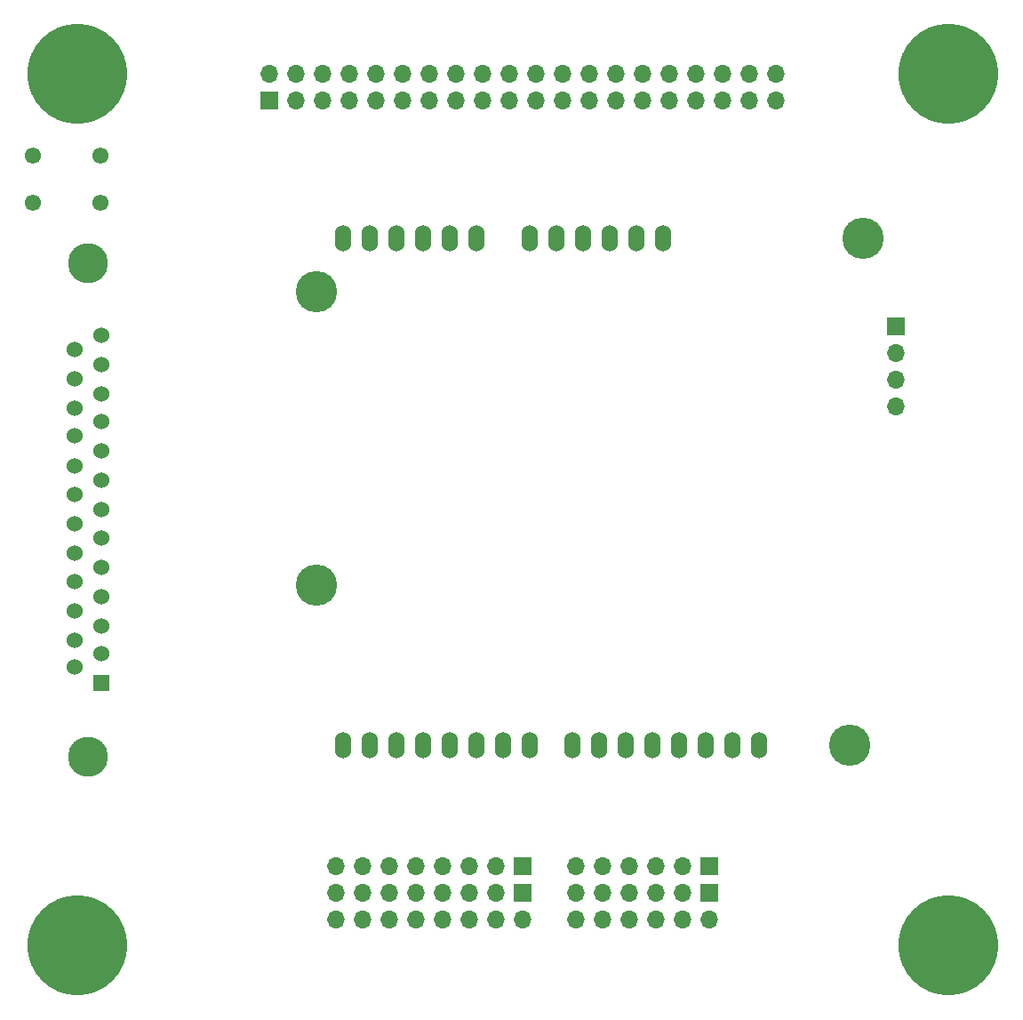
<source format=gbr>
G04 #@! TF.FileFunction,Soldermask,Bot*
%FSLAX46Y46*%
G04 Gerber Fmt 4.6, Leading zero omitted, Abs format (unit mm)*
G04 Created by KiCad (PCBNEW (after 2015-mar-04 BZR unknown)-product) date 2/1/2017 1:29:57 PM*
%MOMM*%
G01*
G04 APERTURE LIST*
%ADD10C,0.150000*%
%ADD11O,1.524000X2.540000*%
%ADD12C,3.937000*%
%ADD13C,3.810000*%
%ADD14R,1.524000X1.524000*%
%ADD15C,1.524000*%
%ADD16R,1.700000X1.700000*%
%ADD17O,1.700000X1.700000*%
%ADD18C,9.525000*%
%ADD19C,1.549400*%
G04 APERTURE END LIST*
D10*
D11*
X41360000Y-31628000D03*
X43900000Y-31628000D03*
X46440000Y-31628000D03*
X54060000Y-31628000D03*
X51520000Y-31628000D03*
X48980000Y-31628000D03*
X59140000Y-31628000D03*
X61680000Y-31628000D03*
X64220000Y-31628000D03*
X69300000Y-31628000D03*
X71840000Y-31628000D03*
X41360000Y-79888000D03*
X43900000Y-79888000D03*
X46440000Y-79888000D03*
X48980000Y-79888000D03*
X51520000Y-79888000D03*
X54060000Y-79888000D03*
X56600000Y-79888000D03*
X59140000Y-79888000D03*
X63204000Y-79888000D03*
X65744000Y-79888000D03*
X68284000Y-79888000D03*
X70824000Y-79888000D03*
X73364000Y-79888000D03*
X75904000Y-79888000D03*
X78444000Y-79888000D03*
X80984000Y-79888000D03*
X66760000Y-31628000D03*
D12*
X38820000Y-36708000D03*
X38820000Y-64648000D03*
X89620000Y-79888000D03*
X90890000Y-31628000D03*
D13*
X17000000Y-34005000D03*
X17000000Y-80995000D03*
D14*
X18270000Y-74010000D03*
D15*
X18270000Y-71216000D03*
X18270000Y-68549000D03*
X18270000Y-65755000D03*
X18270000Y-62961000D03*
X18270000Y-60167000D03*
X18270000Y-57500000D03*
X18270000Y-54706000D03*
X18270000Y-51912000D03*
X18270000Y-49118000D03*
X18270000Y-46451000D03*
X18270000Y-43657000D03*
X18270000Y-40863000D03*
X15730000Y-72435200D03*
X15730000Y-69895200D03*
X15730000Y-67101200D03*
X15730000Y-64358000D03*
X15730000Y-61614800D03*
X15730000Y-58820800D03*
X15730000Y-56077600D03*
X15730000Y-53334400D03*
X15730000Y-50489600D03*
X15730000Y-47797200D03*
X15730000Y-45054000D03*
X15730000Y-42260000D03*
D16*
X94000000Y-40000000D03*
D17*
X94000000Y-42540000D03*
X94000000Y-45080000D03*
X94000000Y-47620000D03*
D18*
X99000000Y-99000000D03*
X16000000Y-99000000D03*
X99000000Y-16000000D03*
X16000000Y-16000000D03*
D19*
X18251200Y-23749560D03*
X18251200Y-28250440D03*
X11748800Y-23749560D03*
X11748800Y-28250440D03*
D16*
X34290000Y-18542000D03*
D17*
X34290000Y-16002000D03*
X36830000Y-18542000D03*
X36830000Y-16002000D03*
X39370000Y-18542000D03*
X39370000Y-16002000D03*
X41910000Y-18542000D03*
X41910000Y-16002000D03*
X44450000Y-18542000D03*
X44450000Y-16002000D03*
X46990000Y-18542000D03*
X46990000Y-16002000D03*
X49530000Y-18542000D03*
X49530000Y-16002000D03*
X52070000Y-18542000D03*
X52070000Y-16002000D03*
X54610000Y-18542000D03*
X54610000Y-16002000D03*
X57150000Y-18542000D03*
X57150000Y-16002000D03*
X59690000Y-18542000D03*
X59690000Y-16002000D03*
X62230000Y-18542000D03*
X62230000Y-16002000D03*
X64770000Y-18542000D03*
X64770000Y-16002000D03*
X67310000Y-18542000D03*
X67310000Y-16002000D03*
X69850000Y-18542000D03*
X69850000Y-16002000D03*
X72390000Y-18542000D03*
X72390000Y-16002000D03*
X74930000Y-18542000D03*
X74930000Y-16002000D03*
X77470000Y-18542000D03*
X77470000Y-16002000D03*
X80010000Y-18542000D03*
X80010000Y-16002000D03*
X82550000Y-18542000D03*
X82550000Y-16002000D03*
D16*
X76200000Y-91440000D03*
D17*
X73660000Y-91440000D03*
X71120000Y-91440000D03*
X68580000Y-91440000D03*
X66040000Y-91440000D03*
X63500000Y-91440000D03*
D16*
X76200000Y-93980000D03*
D17*
X76200000Y-96520000D03*
X73660000Y-93980000D03*
X73660000Y-96520000D03*
X71120000Y-93980000D03*
X71120000Y-96520000D03*
X68580000Y-93980000D03*
X68580000Y-96520000D03*
X66040000Y-93980000D03*
X66040000Y-96520000D03*
X63500000Y-93980000D03*
X63500000Y-96520000D03*
D16*
X58420000Y-91440000D03*
D17*
X55880000Y-91440000D03*
X53340000Y-91440000D03*
X50800000Y-91440000D03*
X48260000Y-91440000D03*
X45720000Y-91440000D03*
X43180000Y-91440000D03*
X40640000Y-91440000D03*
D16*
X58420000Y-93980000D03*
D17*
X58420000Y-96520000D03*
X55880000Y-93980000D03*
X55880000Y-96520000D03*
X53340000Y-93980000D03*
X53340000Y-96520000D03*
X50800000Y-93980000D03*
X50800000Y-96520000D03*
X48260000Y-93980000D03*
X48260000Y-96520000D03*
X45720000Y-93980000D03*
X45720000Y-96520000D03*
X43180000Y-93980000D03*
X43180000Y-96520000D03*
X40640000Y-93980000D03*
X40640000Y-96520000D03*
M02*

</source>
